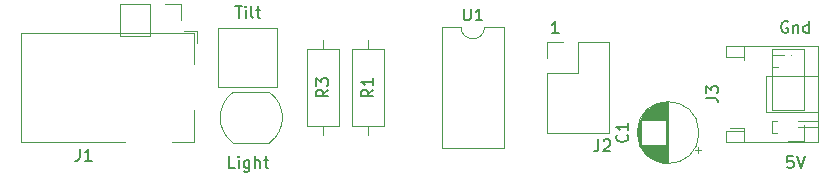
<source format=gto>
%TF.GenerationSoftware,KiCad,Pcbnew,5.99.0+really5.1.10+dfsg1-1*%
%TF.CreationDate,2022-02-16T19:45:23+00:00*%
%TF.ProjectId,mayor,6d61796f-722e-46b6-9963-61645f706362,rev?*%
%TF.SameCoordinates,Original*%
%TF.FileFunction,Legend,Top*%
%TF.FilePolarity,Positive*%
%FSLAX46Y46*%
G04 Gerber Fmt 4.6, Leading zero omitted, Abs format (unit mm)*
G04 Created by KiCad (PCBNEW 5.99.0+really5.1.10+dfsg1-1) date 2022-02-16 19:45:23*
%MOMM*%
%LPD*%
G01*
G04 APERTURE LIST*
%ADD10C,0.150000*%
%ADD11C,0.120000*%
%ADD12C,3.200000*%
%ADD13R,1.700000X1.700000*%
%ADD14O,1.700000X1.700000*%
%ADD15R,1.600000X1.600000*%
%ADD16O,1.600000X1.600000*%
%ADD17C,1.600000*%
%ADD18R,3.500000X3.500000*%
%ADD19O,1.750000X1.200000*%
%ADD20C,1.500000*%
%ADD21C,1.524000*%
G04 APERTURE END LIST*
D10*
X120285714Y-93452380D02*
X119714285Y-93452380D01*
X120000000Y-93452380D02*
X120000000Y-92452380D01*
X119904761Y-92595238D01*
X119809523Y-92690476D01*
X119714285Y-92738095D01*
X139692142Y-92480000D02*
X139596904Y-92432380D01*
X139454047Y-92432380D01*
X139311190Y-92480000D01*
X139215952Y-92575238D01*
X139168333Y-92670476D01*
X139120714Y-92860952D01*
X139120714Y-93003809D01*
X139168333Y-93194285D01*
X139215952Y-93289523D01*
X139311190Y-93384761D01*
X139454047Y-93432380D01*
X139549285Y-93432380D01*
X139692142Y-93384761D01*
X139739761Y-93337142D01*
X139739761Y-93003809D01*
X139549285Y-93003809D01*
X140168333Y-92765714D02*
X140168333Y-93432380D01*
X140168333Y-92860952D02*
X140215952Y-92813333D01*
X140311190Y-92765714D01*
X140454047Y-92765714D01*
X140549285Y-92813333D01*
X140596904Y-92908571D01*
X140596904Y-93432380D01*
X141501666Y-93432380D02*
X141501666Y-92432380D01*
X141501666Y-93384761D02*
X141406428Y-93432380D01*
X141215952Y-93432380D01*
X141120714Y-93384761D01*
X141073095Y-93337142D01*
X141025476Y-93241904D01*
X141025476Y-92956190D01*
X141073095Y-92860952D01*
X141120714Y-92813333D01*
X141215952Y-92765714D01*
X141406428Y-92765714D01*
X141501666Y-92813333D01*
X140144523Y-103862380D02*
X139668333Y-103862380D01*
X139620714Y-104338571D01*
X139668333Y-104290952D01*
X139763571Y-104243333D01*
X140001666Y-104243333D01*
X140096904Y-104290952D01*
X140144523Y-104338571D01*
X140192142Y-104433809D01*
X140192142Y-104671904D01*
X140144523Y-104767142D01*
X140096904Y-104814761D01*
X140001666Y-104862380D01*
X139763571Y-104862380D01*
X139668333Y-104814761D01*
X139620714Y-104767142D01*
X140477857Y-103862380D02*
X140811190Y-104862380D01*
X141144523Y-103862380D01*
X92860952Y-104862380D02*
X92384761Y-104862380D01*
X92384761Y-103862380D01*
X93194285Y-104862380D02*
X93194285Y-104195714D01*
X93194285Y-103862380D02*
X93146666Y-103910000D01*
X93194285Y-103957619D01*
X93241904Y-103910000D01*
X93194285Y-103862380D01*
X93194285Y-103957619D01*
X94099047Y-104195714D02*
X94099047Y-105005238D01*
X94051428Y-105100476D01*
X94003809Y-105148095D01*
X93908571Y-105195714D01*
X93765714Y-105195714D01*
X93670476Y-105148095D01*
X94099047Y-104814761D02*
X94003809Y-104862380D01*
X93813333Y-104862380D01*
X93718095Y-104814761D01*
X93670476Y-104767142D01*
X93622857Y-104671904D01*
X93622857Y-104386190D01*
X93670476Y-104290952D01*
X93718095Y-104243333D01*
X93813333Y-104195714D01*
X94003809Y-104195714D01*
X94099047Y-104243333D01*
X94575238Y-104862380D02*
X94575238Y-103862380D01*
X95003809Y-104862380D02*
X95003809Y-104338571D01*
X94956190Y-104243333D01*
X94860952Y-104195714D01*
X94718095Y-104195714D01*
X94622857Y-104243333D01*
X94575238Y-104290952D01*
X95337142Y-104195714D02*
X95718095Y-104195714D01*
X95480000Y-103862380D02*
X95480000Y-104719523D01*
X95527619Y-104814761D01*
X95622857Y-104862380D01*
X95718095Y-104862380D01*
X92908571Y-91162380D02*
X93480000Y-91162380D01*
X93194285Y-92162380D02*
X93194285Y-91162380D01*
X93813333Y-92162380D02*
X93813333Y-91495714D01*
X93813333Y-91162380D02*
X93765714Y-91210000D01*
X93813333Y-91257619D01*
X93860952Y-91210000D01*
X93813333Y-91162380D01*
X93813333Y-91257619D01*
X94432380Y-92162380D02*
X94337142Y-92114761D01*
X94289523Y-92019523D01*
X94289523Y-91162380D01*
X94670476Y-91495714D02*
X95051428Y-91495714D01*
X94813333Y-91162380D02*
X94813333Y-92019523D01*
X94860952Y-92114761D01*
X94956190Y-92162380D01*
X95051428Y-92162380D01*
D11*
%TO.C,J2*%
X119320000Y-101930000D02*
X124520000Y-101930000D01*
X119320000Y-96790000D02*
X119320000Y-101930000D01*
X124520000Y-94190000D02*
X124520000Y-101930000D01*
X119320000Y-96790000D02*
X121920000Y-96790000D01*
X121920000Y-96790000D02*
X121920000Y-94190000D01*
X121920000Y-94190000D02*
X124520000Y-94190000D01*
X119320000Y-95520000D02*
X119320000Y-94190000D01*
X119320000Y-94190000D02*
X120650000Y-94190000D01*
%TO.C,U1*%
X112030000Y-92920000D02*
X110380000Y-92920000D01*
X110380000Y-92920000D02*
X110380000Y-103200000D01*
X110380000Y-103200000D02*
X115680000Y-103200000D01*
X115680000Y-103200000D02*
X115680000Y-92920000D01*
X115680000Y-92920000D02*
X114030000Y-92920000D01*
X114030000Y-92920000D02*
G75*
G02*
X112030000Y-92920000I-1000000J0D01*
G01*
%TO.C,C1*%
X132180000Y-101870000D02*
G75*
G03*
X132180000Y-101870000I-2620000J0D01*
G01*
X129560000Y-104450000D02*
X129560000Y-99290000D01*
X129520000Y-104450000D02*
X129520000Y-99290000D01*
X129480000Y-104449000D02*
X129480000Y-99291000D01*
X129440000Y-104448000D02*
X129440000Y-99292000D01*
X129400000Y-104446000D02*
X129400000Y-99294000D01*
X129360000Y-104443000D02*
X129360000Y-99297000D01*
X129320000Y-104439000D02*
X129320000Y-102910000D01*
X129320000Y-100830000D02*
X129320000Y-99301000D01*
X129280000Y-104435000D02*
X129280000Y-102910000D01*
X129280000Y-100830000D02*
X129280000Y-99305000D01*
X129240000Y-104431000D02*
X129240000Y-102910000D01*
X129240000Y-100830000D02*
X129240000Y-99309000D01*
X129200000Y-104426000D02*
X129200000Y-102910000D01*
X129200000Y-100830000D02*
X129200000Y-99314000D01*
X129160000Y-104420000D02*
X129160000Y-102910000D01*
X129160000Y-100830000D02*
X129160000Y-99320000D01*
X129120000Y-104413000D02*
X129120000Y-102910000D01*
X129120000Y-100830000D02*
X129120000Y-99327000D01*
X129080000Y-104406000D02*
X129080000Y-102910000D01*
X129080000Y-100830000D02*
X129080000Y-99334000D01*
X129040000Y-104398000D02*
X129040000Y-102910000D01*
X129040000Y-100830000D02*
X129040000Y-99342000D01*
X129000000Y-104390000D02*
X129000000Y-102910000D01*
X129000000Y-100830000D02*
X129000000Y-99350000D01*
X128960000Y-104381000D02*
X128960000Y-102910000D01*
X128960000Y-100830000D02*
X128960000Y-99359000D01*
X128920000Y-104371000D02*
X128920000Y-102910000D01*
X128920000Y-100830000D02*
X128920000Y-99369000D01*
X128880000Y-104361000D02*
X128880000Y-102910000D01*
X128880000Y-100830000D02*
X128880000Y-99379000D01*
X128839000Y-104350000D02*
X128839000Y-102910000D01*
X128839000Y-100830000D02*
X128839000Y-99390000D01*
X128799000Y-104338000D02*
X128799000Y-102910000D01*
X128799000Y-100830000D02*
X128799000Y-99402000D01*
X128759000Y-104325000D02*
X128759000Y-102910000D01*
X128759000Y-100830000D02*
X128759000Y-99415000D01*
X128719000Y-104312000D02*
X128719000Y-102910000D01*
X128719000Y-100830000D02*
X128719000Y-99428000D01*
X128679000Y-104298000D02*
X128679000Y-102910000D01*
X128679000Y-100830000D02*
X128679000Y-99442000D01*
X128639000Y-104284000D02*
X128639000Y-102910000D01*
X128639000Y-100830000D02*
X128639000Y-99456000D01*
X128599000Y-104268000D02*
X128599000Y-102910000D01*
X128599000Y-100830000D02*
X128599000Y-99472000D01*
X128559000Y-104252000D02*
X128559000Y-102910000D01*
X128559000Y-100830000D02*
X128559000Y-99488000D01*
X128519000Y-104235000D02*
X128519000Y-102910000D01*
X128519000Y-100830000D02*
X128519000Y-99505000D01*
X128479000Y-104218000D02*
X128479000Y-102910000D01*
X128479000Y-100830000D02*
X128479000Y-99522000D01*
X128439000Y-104199000D02*
X128439000Y-102910000D01*
X128439000Y-100830000D02*
X128439000Y-99541000D01*
X128399000Y-104180000D02*
X128399000Y-102910000D01*
X128399000Y-100830000D02*
X128399000Y-99560000D01*
X128359000Y-104160000D02*
X128359000Y-102910000D01*
X128359000Y-100830000D02*
X128359000Y-99580000D01*
X128319000Y-104138000D02*
X128319000Y-102910000D01*
X128319000Y-100830000D02*
X128319000Y-99602000D01*
X128279000Y-104117000D02*
X128279000Y-102910000D01*
X128279000Y-100830000D02*
X128279000Y-99623000D01*
X128239000Y-104094000D02*
X128239000Y-102910000D01*
X128239000Y-100830000D02*
X128239000Y-99646000D01*
X128199000Y-104070000D02*
X128199000Y-102910000D01*
X128199000Y-100830000D02*
X128199000Y-99670000D01*
X128159000Y-104045000D02*
X128159000Y-102910000D01*
X128159000Y-100830000D02*
X128159000Y-99695000D01*
X128119000Y-104019000D02*
X128119000Y-102910000D01*
X128119000Y-100830000D02*
X128119000Y-99721000D01*
X128079000Y-103992000D02*
X128079000Y-102910000D01*
X128079000Y-100830000D02*
X128079000Y-99748000D01*
X128039000Y-103965000D02*
X128039000Y-102910000D01*
X128039000Y-100830000D02*
X128039000Y-99775000D01*
X127999000Y-103935000D02*
X127999000Y-102910000D01*
X127999000Y-100830000D02*
X127999000Y-99805000D01*
X127959000Y-103905000D02*
X127959000Y-102910000D01*
X127959000Y-100830000D02*
X127959000Y-99835000D01*
X127919000Y-103874000D02*
X127919000Y-102910000D01*
X127919000Y-100830000D02*
X127919000Y-99866000D01*
X127879000Y-103841000D02*
X127879000Y-102910000D01*
X127879000Y-100830000D02*
X127879000Y-99899000D01*
X127839000Y-103807000D02*
X127839000Y-102910000D01*
X127839000Y-100830000D02*
X127839000Y-99933000D01*
X127799000Y-103771000D02*
X127799000Y-102910000D01*
X127799000Y-100830000D02*
X127799000Y-99969000D01*
X127759000Y-103734000D02*
X127759000Y-102910000D01*
X127759000Y-100830000D02*
X127759000Y-100006000D01*
X127719000Y-103696000D02*
X127719000Y-102910000D01*
X127719000Y-100830000D02*
X127719000Y-100044000D01*
X127679000Y-103655000D02*
X127679000Y-102910000D01*
X127679000Y-100830000D02*
X127679000Y-100085000D01*
X127639000Y-103613000D02*
X127639000Y-102910000D01*
X127639000Y-100830000D02*
X127639000Y-100127000D01*
X127599000Y-103569000D02*
X127599000Y-102910000D01*
X127599000Y-100830000D02*
X127599000Y-100171000D01*
X127559000Y-103523000D02*
X127559000Y-102910000D01*
X127559000Y-100830000D02*
X127559000Y-100217000D01*
X127519000Y-103475000D02*
X127519000Y-102910000D01*
X127519000Y-100830000D02*
X127519000Y-100265000D01*
X127479000Y-103424000D02*
X127479000Y-102910000D01*
X127479000Y-100830000D02*
X127479000Y-100316000D01*
X127439000Y-103370000D02*
X127439000Y-102910000D01*
X127439000Y-100830000D02*
X127439000Y-100370000D01*
X127399000Y-103313000D02*
X127399000Y-102910000D01*
X127399000Y-100830000D02*
X127399000Y-100427000D01*
X127359000Y-103253000D02*
X127359000Y-102910000D01*
X127359000Y-100830000D02*
X127359000Y-100487000D01*
X127319000Y-103189000D02*
X127319000Y-102910000D01*
X127319000Y-100830000D02*
X127319000Y-100551000D01*
X127279000Y-103121000D02*
X127279000Y-102910000D01*
X127279000Y-100830000D02*
X127279000Y-100619000D01*
X127239000Y-103048000D02*
X127239000Y-100692000D01*
X127199000Y-102968000D02*
X127199000Y-100772000D01*
X127159000Y-102881000D02*
X127159000Y-100859000D01*
X127119000Y-102785000D02*
X127119000Y-100955000D01*
X127079000Y-102675000D02*
X127079000Y-101065000D01*
X127039000Y-102547000D02*
X127039000Y-101193000D01*
X126999000Y-102388000D02*
X126999000Y-101352000D01*
X126959000Y-102154000D02*
X126959000Y-101586000D01*
X132364775Y-103345000D02*
X131864775Y-103345000D01*
X132114775Y-103595000D02*
X132114775Y-103095000D01*
%TO.C,J1*%
X89650000Y-94310000D02*
X89650000Y-93260000D01*
X88600000Y-93260000D02*
X89650000Y-93260000D01*
X83550000Y-102660000D02*
X74750000Y-102660000D01*
X74750000Y-102660000D02*
X74750000Y-93460000D01*
X89450000Y-99960000D02*
X89450000Y-102660000D01*
X89450000Y-102660000D02*
X87550000Y-102660000D01*
X74750000Y-93460000D02*
X89450000Y-93460000D01*
X89450000Y-93460000D02*
X89450000Y-96060000D01*
%TO.C,J3*%
X136030000Y-101460000D02*
X136030000Y-101740000D01*
X136030000Y-101740000D02*
X134430000Y-101740000D01*
X134430000Y-101740000D02*
X134430000Y-102660000D01*
X134430000Y-102660000D02*
X142250000Y-102660000D01*
X142250000Y-102660000D02*
X142250000Y-94540000D01*
X142250000Y-94540000D02*
X134430000Y-94540000D01*
X134430000Y-94540000D02*
X134430000Y-95460000D01*
X134430000Y-95460000D02*
X136030000Y-95460000D01*
X136030000Y-95460000D02*
X136030000Y-95740000D01*
X142250000Y-100100000D02*
X137890000Y-100100000D01*
X137890000Y-100100000D02*
X137890000Y-97100000D01*
X137890000Y-97100000D02*
X142250000Y-97100000D01*
X136030000Y-102660000D02*
X136030000Y-101740000D01*
X136030000Y-94540000D02*
X136030000Y-95460000D01*
X138390000Y-101900000D02*
X139990000Y-101900000D01*
X139990000Y-101900000D02*
X139990000Y-100900000D01*
X139990000Y-100900000D02*
X138390000Y-100900000D01*
X138390000Y-100900000D02*
X138390000Y-101900000D01*
X138390000Y-95300000D02*
X139990000Y-95300000D01*
X139990000Y-95300000D02*
X139990000Y-96300000D01*
X139990000Y-96300000D02*
X138390000Y-96300000D01*
X138390000Y-96300000D02*
X138390000Y-95300000D01*
X139990000Y-100900000D02*
X142250000Y-100900000D01*
X139990000Y-101400000D02*
X142250000Y-101400000D01*
X136030000Y-101460000D02*
X134815000Y-101460000D01*
%TO.C,R1*%
X105510000Y-94790000D02*
X102770000Y-94790000D01*
X102770000Y-94790000D02*
X102770000Y-101330000D01*
X102770000Y-101330000D02*
X105510000Y-101330000D01*
X105510000Y-101330000D02*
X105510000Y-94790000D01*
X104140000Y-94020000D02*
X104140000Y-94790000D01*
X104140000Y-102100000D02*
X104140000Y-101330000D01*
%TO.C,R2*%
X92745001Y-102750000D02*
X95795001Y-102750000D01*
X92745001Y-98450000D02*
X95795001Y-98450000D01*
X92766767Y-98434474D02*
G75*
G03*
X92745001Y-102750000I1528234J-2165526D01*
G01*
X95839514Y-102718249D02*
G75*
G03*
X95795001Y-98450000I-1544513J2118249D01*
G01*
%TO.C,R3*%
X100330000Y-102100000D02*
X100330000Y-101330000D01*
X100330000Y-94020000D02*
X100330000Y-94790000D01*
X101700000Y-101330000D02*
X101700000Y-94790000D01*
X98960000Y-101330000D02*
X101700000Y-101330000D01*
X98960000Y-94790000D02*
X98960000Y-101330000D01*
X101700000Y-94790000D02*
X98960000Y-94790000D01*
%TO.C,SW1*%
X91480000Y-93020000D02*
X96480000Y-93020000D01*
X96480000Y-93020000D02*
X96480000Y-98020000D01*
X96480000Y-98020000D02*
X91480000Y-98020000D01*
X91480000Y-98020000D02*
X91480000Y-93020000D01*
%TO.C,J4*%
X83125000Y-91015000D02*
X83125000Y-93675000D01*
X85725000Y-91015000D02*
X83125000Y-91015000D01*
X85725000Y-93675000D02*
X83125000Y-93675000D01*
X85725000Y-91015000D02*
X85725000Y-93675000D01*
X86995000Y-91015000D02*
X88325000Y-91015000D01*
X88325000Y-91015000D02*
X88325000Y-92345000D01*
%TO.C,J5*%
X141030000Y-94825000D02*
X138370000Y-94825000D01*
X141030000Y-99965000D02*
X141030000Y-94825000D01*
X138370000Y-99965000D02*
X138370000Y-94825000D01*
X141030000Y-99965000D02*
X138370000Y-99965000D01*
X141030000Y-101235000D02*
X141030000Y-102565000D01*
X141030000Y-102565000D02*
X139700000Y-102565000D01*
%TO.C,J2*%
D10*
X123666666Y-102452380D02*
X123666666Y-103166666D01*
X123619047Y-103309523D01*
X123523809Y-103404761D01*
X123380952Y-103452380D01*
X123285714Y-103452380D01*
X124095238Y-102547619D02*
X124142857Y-102500000D01*
X124238095Y-102452380D01*
X124476190Y-102452380D01*
X124571428Y-102500000D01*
X124619047Y-102547619D01*
X124666666Y-102642857D01*
X124666666Y-102738095D01*
X124619047Y-102880952D01*
X124047619Y-103452380D01*
X124666666Y-103452380D01*
%TO.C,U1*%
X112268095Y-91372380D02*
X112268095Y-92181904D01*
X112315714Y-92277142D01*
X112363333Y-92324761D01*
X112458571Y-92372380D01*
X112649047Y-92372380D01*
X112744285Y-92324761D01*
X112791904Y-92277142D01*
X112839523Y-92181904D01*
X112839523Y-91372380D01*
X113839523Y-92372380D02*
X113268095Y-92372380D01*
X113553809Y-92372380D02*
X113553809Y-91372380D01*
X113458571Y-91515238D01*
X113363333Y-91610476D01*
X113268095Y-91658095D01*
%TO.C,C1*%
X126087142Y-102036666D02*
X126134761Y-102084285D01*
X126182380Y-102227142D01*
X126182380Y-102322380D01*
X126134761Y-102465238D01*
X126039523Y-102560476D01*
X125944285Y-102608095D01*
X125753809Y-102655714D01*
X125610952Y-102655714D01*
X125420476Y-102608095D01*
X125325238Y-102560476D01*
X125230000Y-102465238D01*
X125182380Y-102322380D01*
X125182380Y-102227142D01*
X125230000Y-102084285D01*
X125277619Y-102036666D01*
X126182380Y-101084285D02*
X126182380Y-101655714D01*
X126182380Y-101370000D02*
X125182380Y-101370000D01*
X125325238Y-101465238D01*
X125420476Y-101560476D01*
X125468095Y-101655714D01*
%TO.C,J1*%
X79766666Y-103262380D02*
X79766666Y-103976666D01*
X79719047Y-104119523D01*
X79623809Y-104214761D01*
X79480952Y-104262380D01*
X79385714Y-104262380D01*
X80766666Y-104262380D02*
X80195238Y-104262380D01*
X80480952Y-104262380D02*
X80480952Y-103262380D01*
X80385714Y-103405238D01*
X80290476Y-103500476D01*
X80195238Y-103548095D01*
%TO.C,J3*%
X132792380Y-98933333D02*
X133506666Y-98933333D01*
X133649523Y-98980952D01*
X133744761Y-99076190D01*
X133792380Y-99219047D01*
X133792380Y-99314285D01*
X132792380Y-98552380D02*
X132792380Y-97933333D01*
X133173333Y-98266666D01*
X133173333Y-98123809D01*
X133220952Y-98028571D01*
X133268571Y-97980952D01*
X133363809Y-97933333D01*
X133601904Y-97933333D01*
X133697142Y-97980952D01*
X133744761Y-98028571D01*
X133792380Y-98123809D01*
X133792380Y-98409523D01*
X133744761Y-98504761D01*
X133697142Y-98552380D01*
%TO.C,R1*%
X104592380Y-98226666D02*
X104116190Y-98560000D01*
X104592380Y-98798095D02*
X103592380Y-98798095D01*
X103592380Y-98417142D01*
X103640000Y-98321904D01*
X103687619Y-98274285D01*
X103782857Y-98226666D01*
X103925714Y-98226666D01*
X104020952Y-98274285D01*
X104068571Y-98321904D01*
X104116190Y-98417142D01*
X104116190Y-98798095D01*
X104592380Y-97274285D02*
X104592380Y-97845714D01*
X104592380Y-97560000D02*
X103592380Y-97560000D01*
X103735238Y-97655238D01*
X103830476Y-97750476D01*
X103878095Y-97845714D01*
%TO.C,R3*%
X100782380Y-98226666D02*
X100306190Y-98560000D01*
X100782380Y-98798095D02*
X99782380Y-98798095D01*
X99782380Y-98417142D01*
X99830000Y-98321904D01*
X99877619Y-98274285D01*
X99972857Y-98226666D01*
X100115714Y-98226666D01*
X100210952Y-98274285D01*
X100258571Y-98321904D01*
X100306190Y-98417142D01*
X100306190Y-98798095D01*
X99782380Y-97893333D02*
X99782380Y-97274285D01*
X100163333Y-97607619D01*
X100163333Y-97464761D01*
X100210952Y-97369523D01*
X100258571Y-97321904D01*
X100353809Y-97274285D01*
X100591904Y-97274285D01*
X100687142Y-97321904D01*
X100734761Y-97369523D01*
X100782380Y-97464761D01*
X100782380Y-97750476D01*
X100734761Y-97845714D01*
X100687142Y-97893333D01*
%TD*%
%LPC*%
D12*
%TO.C,REF\u002A\u002A*%
X130000000Y-94000000D03*
%TD*%
D13*
%TO.C,J2*%
X120650000Y-95520000D03*
D14*
X123190000Y-95520000D03*
X120650000Y-98060000D03*
X123190000Y-98060000D03*
X120650000Y-100600000D03*
X123190000Y-100600000D03*
%TD*%
D15*
%TO.C,U1*%
X109220000Y-94250000D03*
D16*
X116840000Y-101870000D03*
X109220000Y-96790000D03*
X116840000Y-99330000D03*
X109220000Y-99330000D03*
X116840000Y-96790000D03*
X109220000Y-101870000D03*
X116840000Y-94250000D03*
%TD*%
D15*
%TO.C,C1*%
X130810000Y-101870000D03*
D17*
X128310000Y-101870000D03*
%TD*%
D18*
%TO.C,J1*%
X88550000Y-98060000D03*
G36*
G01*
X81050000Y-99060000D02*
X81050000Y-97060000D01*
G75*
G02*
X81800000Y-96310000I750000J0D01*
G01*
X83300000Y-96310000D01*
G75*
G02*
X84050000Y-97060000I0J-750000D01*
G01*
X84050000Y-99060000D01*
G75*
G02*
X83300000Y-99810000I-750000J0D01*
G01*
X81800000Y-99810000D01*
G75*
G02*
X81050000Y-99060000I0J750000D01*
G01*
G37*
G36*
G01*
X83800000Y-103635000D02*
X83800000Y-101885000D01*
G75*
G02*
X84675000Y-101010000I875000J0D01*
G01*
X86425000Y-101010000D01*
G75*
G02*
X87300000Y-101885000I0J-875000D01*
G01*
X87300000Y-103635000D01*
G75*
G02*
X86425000Y-104510000I-875000J0D01*
G01*
X84675000Y-104510000D01*
G75*
G02*
X83800000Y-103635000I0J875000D01*
G01*
G37*
%TD*%
%TO.C,J3*%
G36*
G01*
X136515001Y-101200000D02*
X135264999Y-101200000D01*
G75*
G02*
X135015000Y-100950001I0J249999D01*
G01*
X135015000Y-100249999D01*
G75*
G02*
X135264999Y-100000000I249999J0D01*
G01*
X136515001Y-100000000D01*
G75*
G02*
X136765000Y-100249999I0J-249999D01*
G01*
X136765000Y-100950001D01*
G75*
G02*
X136515001Y-101200000I-249999J0D01*
G01*
G37*
D19*
X135890000Y-98600000D03*
X135890000Y-96600000D03*
%TD*%
D17*
%TO.C,R1*%
X104140000Y-92980000D03*
D16*
X104140000Y-103140000D03*
%TD*%
D20*
%TO.C,R2*%
X92595001Y-100600000D03*
X95995001Y-100600000D03*
%TD*%
D16*
%TO.C,R3*%
X100330000Y-103140000D03*
D17*
X100330000Y-92980000D03*
%TD*%
D21*
%TO.C,SW1*%
X95250000Y-96790000D03*
X95250000Y-94250000D03*
X92710000Y-96790000D03*
X92710000Y-94250000D03*
%TD*%
D13*
%TO.C,J4*%
X86995000Y-92345000D03*
D14*
X84455000Y-92345000D03*
%TD*%
D13*
%TO.C,J5*%
X139700000Y-101235000D03*
D14*
X139700000Y-98695000D03*
X139700000Y-96155000D03*
%TD*%
M02*

</source>
